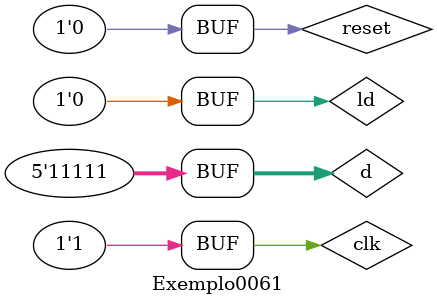
<source format=v>

`include "flip_flop_d.v"

module conv_paral_ser(output [4:0]saida, input clk, input ld, input[4:0]d, input reset);

wire s1, s2, s3, s4, s5;
reg const = 1'b0; //Constante zero

//Chamada dos flip-flops
flip_flop_d fpd5(saida[0], saida[1], clk, reset);
flip_flop_d fpd4(saida[1], saida[2], clk, reset);
flip_flop_d fpd3(saida[2], saida[3], clk, reset);
flip_flop_d fpd2(saida[3], saida[4], clk, reset);
flip_flop_d fpd1(saida[4], const, clk, reset);

endmodule //conv_paral_ser

// ----------------
// Exemplo0061
// ----------------
module Exemplo0061;

//----------------- Definir dados
reg ld, reset, clk;
wire [4:0]saida;
reg [4:0]d;

// ---------------- Instância
 conv_paral_ser cps1(saida, clk, ld, d, reset);

// ---------------- Preparação
 initial begin: start
  ld = 1'b1;
  reset = 1'b0;
  clk = 1'b1;
  d = 5'b11111;
 end

// ----------------- Parte principal
 initial begin: main
  $display("Exemplo0061 - Josemar Alves Caetano - 448662.");
  $display("Teste Conversor paralelo série.");

  $monitor("Saida: %b", saida);

 #1 ld = 1'b0; clk = 1'b0;
 #1 clk = 1'b1;
 #1 clk = 1'b0;
 #1 clk = 1'b1;
 #1 clk = 1'b0;
 #1 clk = 1'b1;
 #1 clk = 1'b0;
 #1 clk = 1'b1;

end

endmodule //Exemplo0061



</source>
